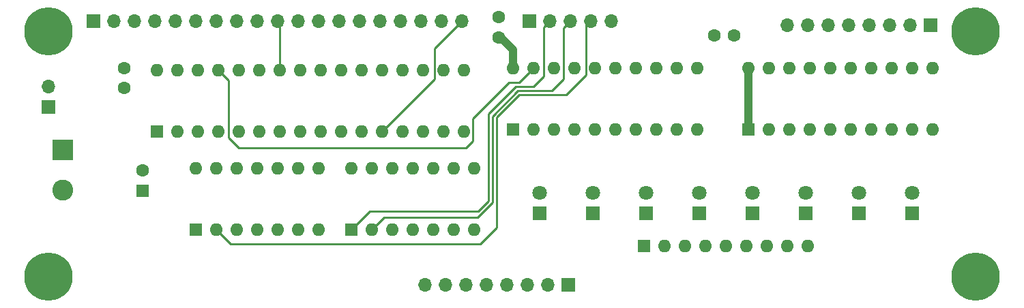
<source format=gbr>
%TF.GenerationSoftware,KiCad,Pcbnew,(5.1.9-0-10_14)*%
%TF.CreationDate,2021-05-21T22:27:02-04:00*%
%TF.ProjectId,RAM,52414d2e-6b69-4636-9164-5f7063625858,rev?*%
%TF.SameCoordinates,Original*%
%TF.FileFunction,Copper,L3,Inr*%
%TF.FilePolarity,Positive*%
%FSLAX46Y46*%
G04 Gerber Fmt 4.6, Leading zero omitted, Abs format (unit mm)*
G04 Created by KiCad (PCBNEW (5.1.9-0-10_14)) date 2021-05-21 22:27:02*
%MOMM*%
%LPD*%
G01*
G04 APERTURE LIST*
%TA.AperFunction,ComponentPad*%
%ADD10O,1.700000X1.700000*%
%TD*%
%TA.AperFunction,ComponentPad*%
%ADD11R,1.700000X1.700000*%
%TD*%
%TA.AperFunction,ComponentPad*%
%ADD12O,1.600000X1.600000*%
%TD*%
%TA.AperFunction,ComponentPad*%
%ADD13R,1.600000X1.600000*%
%TD*%
%TA.AperFunction,ComponentPad*%
%ADD14C,6.000000*%
%TD*%
%TA.AperFunction,ComponentPad*%
%ADD15C,0.800000*%
%TD*%
%TA.AperFunction,ComponentPad*%
%ADD16C,2.600000*%
%TD*%
%TA.AperFunction,ComponentPad*%
%ADD17R,2.600000X2.600000*%
%TD*%
%TA.AperFunction,ComponentPad*%
%ADD18C,1.800000*%
%TD*%
%TA.AperFunction,ComponentPad*%
%ADD19R,1.800000X1.800000*%
%TD*%
%TA.AperFunction,ComponentPad*%
%ADD20C,1.600000*%
%TD*%
%TA.AperFunction,Conductor*%
%ADD21C,1.000000*%
%TD*%
%TA.AperFunction,Conductor*%
%ADD22C,0.250000*%
%TD*%
G04 APERTURE END LIST*
D10*
%TO.N,OUTPUT_ENABLE*%
%TO.C,J2*%
X145796000Y-66294000D03*
%TO.N,WRITE_ENABLE*%
X143256000Y-66294000D03*
%TO.N,CLOCK*%
X140716000Y-66294000D03*
%TO.N,PROGRAM_MODE*%
X138176000Y-66294000D03*
D11*
%TO.N,WRITE_ENABLE*%
X135636000Y-66294000D03*
%TD*%
D12*
%TO.N,VCC*%
%TO.C,U6*%
X113538000Y-84582000D03*
%TO.N,GND*%
X128778000Y-92202000D03*
%TO.N,N/C*%
X116078000Y-84582000D03*
X126238000Y-92202000D03*
X118618000Y-84582000D03*
X123698000Y-92202000D03*
X121158000Y-84582000D03*
X121158000Y-92202000D03*
X123698000Y-84582000D03*
%TO.N,Net-(U4-Pad1)*%
X118618000Y-92202000D03*
%TO.N,N/C*%
X126238000Y-84582000D03*
%TO.N,CLOCK*%
X116078000Y-92202000D03*
%TO.N,N/C*%
X128778000Y-84582000D03*
D13*
%TO.N,PROGRAM_MODE*%
X113538000Y-92202000D03*
%TD*%
D12*
%TO.N,VCC*%
%TO.C,U4*%
X94234000Y-84582000D03*
%TO.N,GND*%
X109474000Y-92202000D03*
%TO.N,N/C*%
X96774000Y-84582000D03*
X106934000Y-92202000D03*
X99314000Y-84582000D03*
X104394000Y-92202000D03*
X101854000Y-84582000D03*
X101854000Y-92202000D03*
X104394000Y-84582000D03*
%TO.N,Net-(U1-Pad29)*%
X99314000Y-92202000D03*
%TO.N,N/C*%
X106934000Y-84582000D03*
%TO.N,WRITE_ENABLE*%
X96774000Y-92202000D03*
%TO.N,N/C*%
X109474000Y-84582000D03*
D13*
%TO.N,Net-(U4-Pad1)*%
X94234000Y-92202000D03*
%TD*%
D12*
%TO.N,VCC*%
%TO.C,U2*%
X162814000Y-72136000D03*
%TO.N,GND*%
X185674000Y-79756000D03*
%TO.N,OUTPUT_ENABLE*%
X165354000Y-72136000D03*
%TO.N,/IO7*%
X183134000Y-79756000D03*
%TO.N,BUS0*%
X167894000Y-72136000D03*
%TO.N,/IO6*%
X180594000Y-79756000D03*
%TO.N,BUS1*%
X170434000Y-72136000D03*
%TO.N,/IO5*%
X178054000Y-79756000D03*
%TO.N,BUS2*%
X172974000Y-72136000D03*
%TO.N,/IO4*%
X175514000Y-79756000D03*
%TO.N,BUS3*%
X175514000Y-72136000D03*
%TO.N,/IO3*%
X172974000Y-79756000D03*
%TO.N,BUS4*%
X178054000Y-72136000D03*
%TO.N,/IO2*%
X170434000Y-79756000D03*
%TO.N,BUS5*%
X180594000Y-72136000D03*
%TO.N,/IO1*%
X167894000Y-79756000D03*
%TO.N,BUS6*%
X183134000Y-72136000D03*
%TO.N,/IO0*%
X165354000Y-79756000D03*
%TO.N,BUS7*%
X185674000Y-72136000D03*
D13*
%TO.N,VCC*%
X162814000Y-79756000D03*
%TD*%
D10*
%TO.N,D0*%
%TO.C,J7*%
X122682000Y-99060000D03*
%TO.N,D1*%
X125222000Y-99060000D03*
%TO.N,D2*%
X127762000Y-99060000D03*
%TO.N,D3*%
X130302000Y-99060000D03*
%TO.N,D4*%
X132842000Y-99060000D03*
%TO.N,D5*%
X135382000Y-99060000D03*
%TO.N,D6*%
X137922000Y-99060000D03*
D11*
%TO.N,D7*%
X140462000Y-99060000D03*
%TD*%
D10*
%TO.N,BUS0*%
%TO.C,J6*%
X167640000Y-66802000D03*
%TO.N,BUS1*%
X170180000Y-66802000D03*
%TO.N,BUS2*%
X172720000Y-66802000D03*
%TO.N,BUS3*%
X175260000Y-66802000D03*
%TO.N,BUS4*%
X177800000Y-66802000D03*
%TO.N,BUS5*%
X180340000Y-66802000D03*
%TO.N,BUS6*%
X182880000Y-66802000D03*
D11*
%TO.N,BUS7*%
X185420000Y-66802000D03*
%TD*%
D10*
%TO.N,VCC*%
%TO.C,J3*%
X75946000Y-74422000D03*
D11*
%TO.N,GND*%
X75946000Y-76962000D03*
%TD*%
D10*
%TO.N,A0*%
%TO.C,J1*%
X127254000Y-66294000D03*
%TO.N,A1*%
X124714000Y-66294000D03*
%TO.N,A2*%
X122174000Y-66294000D03*
%TO.N,A3*%
X119634000Y-66294000D03*
%TO.N,A4*%
X117094000Y-66294000D03*
%TO.N,A5*%
X114554000Y-66294000D03*
%TO.N,A6*%
X112014000Y-66294000D03*
%TO.N,A7*%
X109474000Y-66294000D03*
%TO.N,A8*%
X106934000Y-66294000D03*
%TO.N,A9*%
X104394000Y-66294000D03*
%TO.N,A10*%
X101854000Y-66294000D03*
%TO.N,A11*%
X99314000Y-66294000D03*
%TO.N,A12*%
X96774000Y-66294000D03*
%TO.N,A13*%
X94234000Y-66294000D03*
%TO.N,A14*%
X91694000Y-66294000D03*
%TO.N,A15*%
X89154000Y-66294000D03*
%TO.N,VCC*%
X86614000Y-66294000D03*
%TO.N,A16*%
X84074000Y-66294000D03*
D11*
%TO.N,GND*%
X81534000Y-66294000D03*
%TD*%
D14*
%TO.N,N/C*%
%TO.C,REF\u002A\u002A*%
X191008000Y-67564000D03*
D15*
X193258000Y-67564000D03*
X192598990Y-69154990D03*
X191008000Y-69814000D03*
X189417010Y-69154990D03*
X188758000Y-67564000D03*
X189417010Y-65973010D03*
X191008000Y-65314000D03*
X192598990Y-65973010D03*
%TD*%
%TO.N,N/C*%
%TO.C,REF\u002A\u002A*%
X192598990Y-96453010D03*
X191008000Y-95794000D03*
X189417010Y-96453010D03*
X188758000Y-98044000D03*
X189417010Y-99634990D03*
X191008000Y-100294000D03*
X192598990Y-99634990D03*
X193258000Y-98044000D03*
D14*
X191008000Y-98044000D03*
%TD*%
%TO.N,N/C*%
%TO.C,REF\u002A\u002A*%
X75946000Y-98044000D03*
D15*
X78196000Y-98044000D03*
X77536990Y-99634990D03*
X75946000Y-100294000D03*
X74355010Y-99634990D03*
X73696000Y-98044000D03*
X74355010Y-96453010D03*
X75946000Y-95794000D03*
X77536990Y-96453010D03*
%TD*%
%TO.N,N/C*%
%TO.C,REF\u002A\u002A*%
X77536990Y-65973010D03*
X75946000Y-65314000D03*
X74355010Y-65973010D03*
X73696000Y-67564000D03*
X74355010Y-69154990D03*
X75946000Y-69814000D03*
X77536990Y-69154990D03*
X78196000Y-67564000D03*
D14*
X75946000Y-67564000D03*
%TD*%
D12*
%TO.N,VCC*%
%TO.C,U3*%
X133604000Y-72136000D03*
%TO.N,GND*%
X156464000Y-79756000D03*
%TO.N,Net-(U1-Pad29)*%
X136144000Y-72136000D03*
%TO.N,D7*%
X153924000Y-79756000D03*
%TO.N,/IO0*%
X138684000Y-72136000D03*
%TO.N,D6*%
X151384000Y-79756000D03*
%TO.N,/IO1*%
X141224000Y-72136000D03*
%TO.N,D5*%
X148844000Y-79756000D03*
%TO.N,/IO2*%
X143764000Y-72136000D03*
%TO.N,D4*%
X146304000Y-79756000D03*
%TO.N,/IO3*%
X146304000Y-72136000D03*
%TO.N,D3*%
X143764000Y-79756000D03*
%TO.N,/IO4*%
X148844000Y-72136000D03*
%TO.N,D2*%
X141224000Y-79756000D03*
%TO.N,/IO5*%
X151384000Y-72136000D03*
%TO.N,D1*%
X138684000Y-79756000D03*
%TO.N,/IO6*%
X153924000Y-72136000D03*
%TO.N,D0*%
X136144000Y-79756000D03*
%TO.N,/IO7*%
X156464000Y-72136000D03*
D13*
%TO.N,VCC*%
X133604000Y-79756000D03*
%TD*%
D12*
%TO.N,VCC*%
%TO.C,U1*%
X89408000Y-72390000D03*
%TO.N,GND*%
X127508000Y-80010000D03*
%TO.N,A15*%
X91948000Y-72390000D03*
%TO.N,/IO2*%
X124968000Y-80010000D03*
%TO.N,VCC*%
X94488000Y-72390000D03*
%TO.N,/IO1*%
X122428000Y-80010000D03*
%TO.N,Net-(U1-Pad29)*%
X97028000Y-72390000D03*
%TO.N,/IO0*%
X119888000Y-80010000D03*
%TO.N,A13*%
X99568000Y-72390000D03*
%TO.N,A0*%
X117348000Y-80010000D03*
%TO.N,A8*%
X102108000Y-72390000D03*
%TO.N,A1*%
X114808000Y-80010000D03*
%TO.N,A9*%
X104648000Y-72390000D03*
%TO.N,A2*%
X112268000Y-80010000D03*
%TO.N,A11*%
X107188000Y-72390000D03*
%TO.N,A3*%
X109728000Y-80010000D03*
%TO.N,GND*%
X109728000Y-72390000D03*
%TO.N,A4*%
X107188000Y-80010000D03*
%TO.N,A10*%
X112268000Y-72390000D03*
%TO.N,A5*%
X104648000Y-80010000D03*
%TO.N,GND*%
X114808000Y-72390000D03*
%TO.N,A6*%
X102108000Y-80010000D03*
%TO.N,/IO7*%
X117348000Y-72390000D03*
%TO.N,A7*%
X99568000Y-80010000D03*
%TO.N,/IO6*%
X119888000Y-72390000D03*
%TO.N,A12*%
X97028000Y-80010000D03*
%TO.N,/IO5*%
X122428000Y-72390000D03*
%TO.N,A14*%
X94488000Y-80010000D03*
%TO.N,/IO4*%
X124968000Y-72390000D03*
%TO.N,A16*%
X91948000Y-80010000D03*
%TO.N,/IO3*%
X127508000Y-72390000D03*
D13*
%TO.N,Net-(U1-Pad1)*%
X89408000Y-80010000D03*
%TD*%
D12*
%TO.N,Net-(D1-Pad1)*%
%TO.C,RN1*%
X170180000Y-94234000D03*
%TO.N,Net-(D2-Pad1)*%
X167640000Y-94234000D03*
%TO.N,Net-(D3-Pad1)*%
X165100000Y-94234000D03*
%TO.N,Net-(D4-Pad1)*%
X162560000Y-94234000D03*
%TO.N,Net-(D5-Pad1)*%
X160020000Y-94234000D03*
%TO.N,Net-(D6-Pad1)*%
X157480000Y-94234000D03*
%TO.N,Net-(D7-Pad1)*%
X154940000Y-94234000D03*
%TO.N,Net-(D8-Pad1)*%
X152400000Y-94234000D03*
D13*
%TO.N,GND*%
X149860000Y-94234000D03*
%TD*%
D16*
%TO.N,VCC*%
%TO.C,J4*%
X77724000Y-87296000D03*
D17*
%TO.N,GND*%
X77724000Y-82296000D03*
%TD*%
D18*
%TO.N,/IO0*%
%TO.C,D8*%
X136906000Y-87630000D03*
D19*
%TO.N,Net-(D8-Pad1)*%
X136906000Y-90170000D03*
%TD*%
D18*
%TO.N,/IO1*%
%TO.C,D7*%
X143510000Y-87630000D03*
D19*
%TO.N,Net-(D7-Pad1)*%
X143510000Y-90170000D03*
%TD*%
D18*
%TO.N,/IO2*%
%TO.C,D6*%
X150114000Y-87630000D03*
D19*
%TO.N,Net-(D6-Pad1)*%
X150114000Y-90170000D03*
%TD*%
D18*
%TO.N,/IO3*%
%TO.C,D5*%
X156718000Y-87630000D03*
D19*
%TO.N,Net-(D5-Pad1)*%
X156718000Y-90170000D03*
%TD*%
D18*
%TO.N,/IO4*%
%TO.C,D4*%
X163322000Y-87630000D03*
D19*
%TO.N,Net-(D4-Pad1)*%
X163322000Y-90170000D03*
%TD*%
D18*
%TO.N,/IO5*%
%TO.C,D3*%
X169926000Y-87630000D03*
D19*
%TO.N,Net-(D3-Pad1)*%
X169926000Y-90170000D03*
%TD*%
D18*
%TO.N,/IO6*%
%TO.C,D2*%
X176530000Y-87630000D03*
D19*
%TO.N,Net-(D2-Pad1)*%
X176530000Y-90170000D03*
%TD*%
D18*
%TO.N,/IO7*%
%TO.C,D1*%
X183134000Y-87630000D03*
D19*
%TO.N,Net-(D1-Pad1)*%
X183134000Y-90170000D03*
%TD*%
D20*
%TO.N,GND*%
%TO.C,C4*%
X158536000Y-68072000D03*
%TO.N,VCC*%
X161036000Y-68072000D03*
%TD*%
%TO.N,GND*%
%TO.C,C3*%
X131826000Y-65826000D03*
%TO.N,VCC*%
X131826000Y-68326000D03*
%TD*%
%TO.N,GND*%
%TO.C,C2*%
X85344000Y-74636000D03*
%TO.N,VCC*%
X85344000Y-72136000D03*
%TD*%
%TO.N,GND*%
%TO.C,C1*%
X87630000Y-84876000D03*
D13*
%TO.N,VCC*%
X87630000Y-87376000D03*
%TD*%
D21*
%TO.N,VCC*%
X131826000Y-68072000D02*
X133604000Y-69850000D01*
X133604000Y-69850000D02*
X133604000Y-72136000D01*
X162814000Y-72136000D02*
X162814000Y-79756000D01*
D22*
%TO.N,Net-(U1-Pad29)*%
X98298000Y-73660000D02*
X97028000Y-72390000D01*
X98298000Y-80772000D02*
X98298000Y-73660000D01*
X127762000Y-82042000D02*
X99568000Y-82042000D01*
X128633001Y-81170999D02*
X127762000Y-82042000D01*
X128633001Y-78376999D02*
X128633001Y-81170999D01*
X99568000Y-82042000D02*
X98298000Y-80772000D01*
X133096000Y-73914000D02*
X128633001Y-78376999D01*
X134366000Y-73914000D02*
X133096000Y-73914000D01*
X136144000Y-72136000D02*
X134366000Y-73914000D01*
%TO.N,A0*%
X123842999Y-73515001D02*
X117348000Y-80010000D01*
X123842999Y-69705001D02*
X123842999Y-73515001D01*
X127254000Y-66294000D02*
X123842999Y-69705001D01*
%TO.N,A9*%
X104648000Y-66548000D02*
X104394000Y-66294000D01*
X104648000Y-72390000D02*
X104648000Y-66548000D01*
%TO.N,WRITE_ENABLE*%
X140208000Y-75438000D02*
X142638999Y-73007001D01*
X142638999Y-66911001D02*
X143256000Y-66294000D01*
X134366000Y-75438000D02*
X140208000Y-75438000D01*
X131572000Y-91948000D02*
X131572000Y-78232000D01*
X131572000Y-78232000D02*
X134366000Y-75438000D01*
X142638999Y-73007001D02*
X142638999Y-66911001D01*
X129540000Y-93980000D02*
X131572000Y-91948000D01*
X98552000Y-93980000D02*
X129540000Y-93980000D01*
X96774000Y-92202000D02*
X98552000Y-93980000D01*
%TO.N,CLOCK*%
X140938000Y-66516000D02*
X140716000Y-66294000D01*
X134169989Y-74987989D02*
X131006011Y-78151967D01*
X139866001Y-67143999D02*
X139866001Y-73493999D01*
X140716000Y-66294000D02*
X139866001Y-67143999D01*
X131006011Y-88832400D02*
X129160411Y-90678000D01*
X139866001Y-73493999D02*
X138372011Y-74987989D01*
X117602000Y-90678000D02*
X116078000Y-92202000D01*
X131006011Y-78151967D02*
X131006011Y-88832400D01*
X129160411Y-90678000D02*
X117602000Y-90678000D01*
X138372011Y-74987989D02*
X134169989Y-74987989D01*
%TO.N,PROGRAM_MODE*%
X115824000Y-89916000D02*
X113538000Y-92202000D01*
X129286000Y-89916000D02*
X115824000Y-89916000D01*
X130556000Y-77849589D02*
X130556000Y-88646000D01*
X136086009Y-74479991D02*
X133925598Y-74479991D01*
X137414000Y-67056000D02*
X137414000Y-73152000D01*
X133925598Y-74479991D02*
X130556000Y-77849589D01*
X138176000Y-66294000D02*
X137414000Y-67056000D01*
X130556000Y-88646000D02*
X129286000Y-89916000D01*
X137414000Y-73152000D02*
X136086009Y-74479991D01*
%TD*%
M02*

</source>
